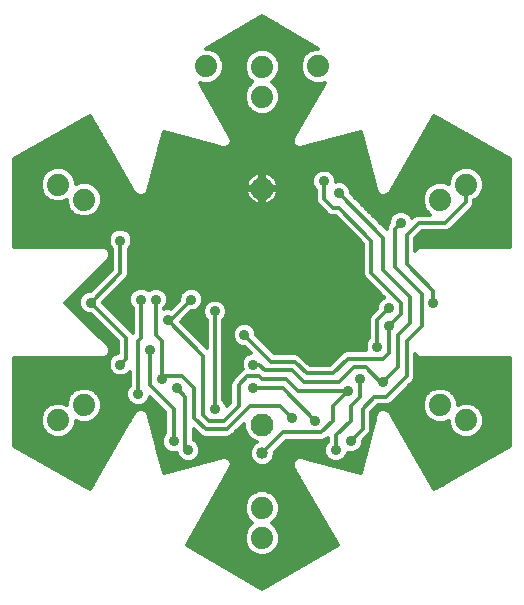
<source format=gbl>
G75*
%MOIN*%
%OFA0B0*%
%FSLAX25Y25*%
%IPPOS*%
%LPD*%
%AMOC8*
5,1,8,0,0,1.08239X$1,22.5*
%
%ADD10C,0.07400*%
%ADD11C,0.07677*%
%ADD12C,0.03569*%
%ADD13C,0.01181*%
%ADD14C,0.04000*%
D10*
X0018877Y0060744D03*
X0027537Y0065744D03*
X0086829Y0031492D03*
X0086829Y0021492D03*
X0146161Y0065764D03*
X0154821Y0060764D03*
X0146161Y0134287D03*
X0154821Y0139287D03*
X0105530Y0178756D03*
X0086829Y0178539D03*
X0086829Y0168539D03*
X0068128Y0178756D03*
X0027498Y0134327D03*
X0018838Y0139327D03*
D11*
X0086829Y0138008D03*
X0086829Y0059268D03*
D12*
X0096672Y0061630D03*
X0104546Y0060646D03*
X0111436Y0050803D03*
X0116357Y0053756D03*
X0115373Y0070488D03*
X0119310Y0074425D03*
X0127184Y0073441D03*
X0125215Y0085252D03*
X0129152Y0092142D03*
X0129152Y0098047D03*
X0120294Y0094110D03*
X0105530Y0083283D03*
X0095688Y0088205D03*
X0083877Y0079346D03*
X0083877Y0071472D03*
X0071081Y0064583D03*
X0058286Y0071472D03*
X0053365Y0074425D03*
X0045491Y0069504D03*
X0039585Y0079346D03*
X0049428Y0084268D03*
X0055333Y0094110D03*
X0051396Y0101000D03*
X0046475Y0101000D03*
X0029743Y0100016D03*
X0039585Y0120685D03*
X0063207Y0101000D03*
X0071081Y0097063D03*
X0080924Y0089189D03*
X0057302Y0053756D03*
X0062223Y0050803D03*
X0133089Y0126591D03*
X0112420Y0136433D03*
X0107499Y0140370D03*
X0143916Y0100016D03*
D13*
X0029410Y0037733D02*
X0004181Y0052299D01*
X0004181Y0081431D01*
X0034094Y0081431D01*
X0035046Y0081825D01*
X0035775Y0082554D01*
X0036169Y0083506D01*
X0036169Y0084537D01*
X0035775Y0085489D01*
X0035046Y0086218D01*
X0021248Y0100016D01*
X0035775Y0114542D01*
X0036169Y0115495D01*
X0036169Y0116525D01*
X0035775Y0117477D01*
X0035046Y0118206D01*
X0034094Y0118600D01*
X0004181Y0118600D01*
X0004181Y0147733D01*
X0029410Y0162299D01*
X0043852Y0137286D01*
X0044343Y0136435D01*
X0044367Y0136393D01*
X0045184Y0135766D01*
X0046180Y0135499D01*
X0047202Y0135634D01*
X0048094Y0136149D01*
X0048722Y0136967D01*
X0048760Y0137110D01*
X0054039Y0156811D01*
X0072887Y0151760D01*
X0073559Y0151580D01*
X0073883Y0151493D01*
X0074904Y0151628D01*
X0075797Y0152143D01*
X0076424Y0152961D01*
X0076691Y0153956D01*
X0076556Y0154978D01*
X0076532Y0155020D01*
X0065980Y0173297D01*
X0066962Y0172891D01*
X0069295Y0172891D01*
X0071451Y0173784D01*
X0073101Y0175433D01*
X0073994Y0177589D01*
X0073994Y0179923D01*
X0073101Y0182078D01*
X0071451Y0183728D01*
X0069295Y0184621D01*
X0068074Y0184621D01*
X0086829Y0195450D01*
X0105585Y0184621D01*
X0104363Y0184621D01*
X0102208Y0183728D01*
X0100558Y0182078D01*
X0099665Y0179923D01*
X0099665Y0177589D01*
X0100558Y0175433D01*
X0102208Y0173784D01*
X0104363Y0172891D01*
X0106697Y0172891D01*
X0107679Y0173297D01*
X0097102Y0154978D01*
X0096968Y0153956D01*
X0097234Y0152961D01*
X0097862Y0152143D01*
X0098754Y0151628D01*
X0099776Y0151493D01*
X0100771Y0151760D01*
X0119620Y0156811D01*
X0124670Y0137962D01*
X0124937Y0136967D01*
X0125564Y0136149D01*
X0126457Y0135634D01*
X0127479Y0135499D01*
X0128474Y0135766D01*
X0129292Y0136393D01*
X0144248Y0162299D01*
X0169477Y0147733D01*
X0169477Y0118600D01*
X0139564Y0118600D01*
X0138612Y0118206D01*
X0137884Y0117477D01*
X0137814Y0117308D01*
X0137814Y0121512D01*
X0140136Y0123835D01*
X0148401Y0123835D01*
X0149414Y0124254D01*
X0156304Y0131144D01*
X0157079Y0131919D01*
X0157499Y0132932D01*
X0157499Y0134048D01*
X0158143Y0134315D01*
X0159793Y0135965D01*
X0160686Y0138121D01*
X0160686Y0140454D01*
X0159793Y0142610D01*
X0158143Y0144260D01*
X0155987Y0145153D01*
X0153654Y0145153D01*
X0151498Y0144260D01*
X0149848Y0142610D01*
X0148955Y0140454D01*
X0148955Y0139478D01*
X0147327Y0140153D01*
X0144994Y0140153D01*
X0142838Y0139260D01*
X0141188Y0137610D01*
X0140295Y0135454D01*
X0140295Y0133121D01*
X0141188Y0130965D01*
X0142807Y0129346D01*
X0138446Y0129346D01*
X0137434Y0128927D01*
X0136700Y0128194D01*
X0136437Y0128828D01*
X0135326Y0129939D01*
X0133875Y0130540D01*
X0132303Y0130540D01*
X0130852Y0129939D01*
X0129741Y0128828D01*
X0129140Y0127376D01*
X0129140Y0126538D01*
X0128784Y0126183D01*
X0128365Y0125170D01*
X0128365Y0124386D01*
X0116369Y0136381D01*
X0116369Y0137219D01*
X0115768Y0138670D01*
X0114657Y0139781D01*
X0113205Y0140383D01*
X0111634Y0140383D01*
X0111448Y0140306D01*
X0111448Y0141156D01*
X0110847Y0142607D01*
X0109736Y0143718D01*
X0108284Y0144320D01*
X0106713Y0144320D01*
X0105261Y0143718D01*
X0104150Y0142607D01*
X0103549Y0141156D01*
X0103549Y0139584D01*
X0104150Y0138133D01*
X0104743Y0137540D01*
X0104743Y0133916D01*
X0105162Y0132903D01*
X0105937Y0132128D01*
X0108890Y0129175D01*
X0109903Y0128756D01*
X0111278Y0128756D01*
X0120491Y0119544D01*
X0120491Y0109310D01*
X0120910Y0108297D01*
X0121685Y0107522D01*
X0127549Y0101658D01*
X0126915Y0101396D01*
X0125804Y0100285D01*
X0125202Y0098833D01*
X0125202Y0097995D01*
X0122879Y0095671D01*
X0122459Y0094658D01*
X0122459Y0088082D01*
X0121867Y0087489D01*
X0121265Y0086038D01*
X0121265Y0084466D01*
X0121429Y0084071D01*
X0114824Y0084071D01*
X0113811Y0083651D01*
X0113036Y0082876D01*
X0109310Y0079150D01*
X0102735Y0079150D01*
X0099217Y0082667D01*
X0098204Y0083087D01*
X0090924Y0083087D01*
X0084873Y0089137D01*
X0084873Y0089975D01*
X0084272Y0091426D01*
X0083161Y0092537D01*
X0081709Y0093139D01*
X0080138Y0093139D01*
X0078686Y0092537D01*
X0077575Y0091426D01*
X0076974Y0089975D01*
X0076974Y0088403D01*
X0077575Y0086952D01*
X0078686Y0085841D01*
X0080138Y0085239D01*
X0080976Y0085239D01*
X0082970Y0083246D01*
X0081639Y0082695D01*
X0080528Y0081584D01*
X0079927Y0080132D01*
X0079927Y0078561D01*
X0080289Y0077688D01*
X0077394Y0074793D01*
X0076619Y0074018D01*
X0076199Y0073005D01*
X0076199Y0066708D01*
X0074981Y0065490D01*
X0074430Y0066820D01*
X0073837Y0067412D01*
X0073837Y0094233D01*
X0074430Y0094826D01*
X0075031Y0096277D01*
X0075031Y0097849D01*
X0074430Y0099300D01*
X0073319Y0100411D01*
X0071867Y0101013D01*
X0070296Y0101013D01*
X0068844Y0100411D01*
X0067733Y0099300D01*
X0067132Y0097849D01*
X0067132Y0096277D01*
X0067733Y0094826D01*
X0068325Y0094233D01*
X0068325Y0085016D01*
X0059723Y0093618D01*
X0063155Y0097050D01*
X0063993Y0097050D01*
X0065444Y0097652D01*
X0066556Y0098763D01*
X0067157Y0100214D01*
X0067157Y0101786D01*
X0066556Y0103237D01*
X0065444Y0104348D01*
X0063993Y0104950D01*
X0062422Y0104950D01*
X0060970Y0104348D01*
X0059859Y0103237D01*
X0059258Y0101786D01*
X0059258Y0100948D01*
X0056296Y0097986D01*
X0056119Y0098060D01*
X0054548Y0098060D01*
X0054152Y0097896D01*
X0054152Y0098170D01*
X0054745Y0098763D01*
X0055346Y0100214D01*
X0055346Y0101786D01*
X0054745Y0103237D01*
X0053633Y0104348D01*
X0052182Y0104950D01*
X0050611Y0104950D01*
X0049159Y0104348D01*
X0048936Y0104125D01*
X0048712Y0104348D01*
X0047261Y0104950D01*
X0045689Y0104950D01*
X0044238Y0104348D01*
X0043127Y0103237D01*
X0042525Y0101786D01*
X0042525Y0100214D01*
X0043127Y0098763D01*
X0043719Y0098170D01*
X0043719Y0089937D01*
X0033692Y0099964D01*
X0033692Y0100068D01*
X0041146Y0107522D01*
X0041922Y0108297D01*
X0042341Y0109310D01*
X0042341Y0117855D01*
X0042933Y0118448D01*
X0043535Y0119899D01*
X0043535Y0121471D01*
X0042933Y0122922D01*
X0041822Y0124033D01*
X0040371Y0124635D01*
X0038800Y0124635D01*
X0037348Y0124033D01*
X0036237Y0122922D01*
X0035636Y0121471D01*
X0035636Y0119899D01*
X0036237Y0118448D01*
X0036829Y0117855D01*
X0036829Y0111000D01*
X0029795Y0103965D01*
X0028957Y0103965D01*
X0027505Y0103364D01*
X0026394Y0102253D01*
X0025793Y0100801D01*
X0025793Y0099230D01*
X0026394Y0097778D01*
X0027505Y0096667D01*
X0028957Y0096066D01*
X0029795Y0096066D01*
X0038798Y0087063D01*
X0038798Y0083295D01*
X0037348Y0082695D01*
X0036237Y0081584D01*
X0035636Y0080132D01*
X0035636Y0078561D01*
X0036237Y0077109D01*
X0037348Y0075998D01*
X0038800Y0075397D01*
X0040371Y0075397D01*
X0041822Y0075998D01*
X0042735Y0076910D01*
X0042735Y0072334D01*
X0042142Y0071741D01*
X0041541Y0070290D01*
X0041541Y0068718D01*
X0042142Y0067267D01*
X0043253Y0066156D01*
X0044705Y0065554D01*
X0046276Y0065554D01*
X0047728Y0066156D01*
X0048839Y0067267D01*
X0049390Y0068597D01*
X0054546Y0063441D01*
X0054546Y0056586D01*
X0053953Y0055993D01*
X0053352Y0054542D01*
X0053352Y0052970D01*
X0053953Y0051519D01*
X0055064Y0050408D01*
X0056516Y0049806D01*
X0058087Y0049806D01*
X0058321Y0049903D01*
X0058875Y0048566D01*
X0059986Y0047455D01*
X0061437Y0046854D01*
X0063009Y0046854D01*
X0064460Y0047455D01*
X0065571Y0048566D01*
X0066173Y0050018D01*
X0066173Y0051589D01*
X0065571Y0053040D01*
X0064460Y0054151D01*
X0063995Y0054344D01*
X0063995Y0057929D01*
X0066567Y0055357D01*
X0067580Y0054937D01*
X0075566Y0054937D01*
X0076579Y0055357D01*
X0077355Y0056132D01*
X0080825Y0059603D01*
X0080825Y0058073D01*
X0081739Y0055867D01*
X0083428Y0054178D01*
X0084948Y0053548D01*
X0084470Y0053350D01*
X0083298Y0052178D01*
X0082664Y0050647D01*
X0082664Y0048990D01*
X0083298Y0047459D01*
X0084470Y0046288D01*
X0086001Y0045654D01*
X0087658Y0045654D01*
X0089189Y0046288D01*
X0090360Y0047459D01*
X0090995Y0048990D01*
X0090995Y0050087D01*
X0094861Y0053953D01*
X0107062Y0053953D01*
X0108075Y0054372D01*
X0108680Y0054977D01*
X0108680Y0053633D01*
X0108087Y0053040D01*
X0107486Y0051589D01*
X0107486Y0050018D01*
X0108087Y0048566D01*
X0109198Y0047455D01*
X0110650Y0046854D01*
X0112221Y0046854D01*
X0113673Y0047455D01*
X0114784Y0048566D01*
X0115338Y0049903D01*
X0115571Y0049806D01*
X0117142Y0049806D01*
X0118594Y0050408D01*
X0119705Y0051519D01*
X0120306Y0052970D01*
X0120306Y0053808D01*
X0121855Y0055357D01*
X0122630Y0056132D01*
X0123050Y0057145D01*
X0123050Y0063441D01*
X0125372Y0065764D01*
X0128716Y0065764D01*
X0129729Y0066183D01*
X0136619Y0073073D01*
X0137394Y0073848D01*
X0137814Y0074861D01*
X0137814Y0082724D01*
X0137884Y0082554D01*
X0138612Y0081825D01*
X0139564Y0081431D01*
X0169477Y0081431D01*
X0169477Y0052299D01*
X0144248Y0037733D01*
X0129807Y0062745D01*
X0129807Y0062745D01*
X0129316Y0063596D01*
X0129292Y0063638D01*
X0128474Y0064265D01*
X0127479Y0064532D01*
X0126457Y0064398D01*
X0125564Y0063882D01*
X0124937Y0063065D01*
X0124898Y0062921D01*
X0119620Y0043221D01*
X0100771Y0048271D01*
X0100100Y0048451D01*
X0099776Y0048538D01*
X0098754Y0048404D01*
X0097862Y0047888D01*
X0097234Y0047071D01*
X0096968Y0046075D01*
X0097102Y0045053D01*
X0097126Y0045012D01*
X0112059Y0019148D01*
X0086829Y0004582D01*
X0061600Y0019148D01*
X0076556Y0045053D01*
X0076691Y0046075D01*
X0076424Y0047071D01*
X0075797Y0047888D01*
X0074904Y0048404D01*
X0073883Y0048538D01*
X0072887Y0048271D01*
X0054039Y0043221D01*
X0048722Y0063065D01*
X0048094Y0063882D01*
X0047202Y0064398D01*
X0046180Y0064532D01*
X0045184Y0064265D01*
X0044367Y0063638D01*
X0043852Y0062745D01*
X0029410Y0037733D01*
X0029656Y0038159D02*
X0028673Y0038159D01*
X0030337Y0039338D02*
X0026630Y0039338D01*
X0024586Y0040518D02*
X0031018Y0040518D01*
X0031699Y0041697D02*
X0022543Y0041697D01*
X0020500Y0042877D02*
X0032381Y0042877D01*
X0033062Y0044057D02*
X0018457Y0044057D01*
X0016414Y0045236D02*
X0033743Y0045236D01*
X0034424Y0046416D02*
X0014371Y0046416D01*
X0012327Y0047595D02*
X0035105Y0047595D01*
X0035786Y0048775D02*
X0010284Y0048775D01*
X0008241Y0049955D02*
X0036467Y0049955D01*
X0037148Y0051134D02*
X0006198Y0051134D01*
X0004181Y0052314D02*
X0037829Y0052314D01*
X0038510Y0053494D02*
X0004181Y0053494D01*
X0004181Y0054673D02*
X0039191Y0054673D01*
X0039872Y0055853D02*
X0022281Y0055853D01*
X0022200Y0055772D02*
X0023849Y0057422D01*
X0024742Y0059577D01*
X0024742Y0060553D01*
X0026371Y0059879D01*
X0028704Y0059879D01*
X0030860Y0060772D01*
X0032510Y0062422D01*
X0033403Y0064577D01*
X0033403Y0066911D01*
X0032510Y0069067D01*
X0030860Y0070716D01*
X0028704Y0071609D01*
X0026371Y0071609D01*
X0024215Y0070716D01*
X0022565Y0069067D01*
X0021672Y0066911D01*
X0021672Y0065935D01*
X0020044Y0066609D01*
X0017710Y0066609D01*
X0015555Y0065716D01*
X0013905Y0064067D01*
X0013012Y0061911D01*
X0013012Y0059577D01*
X0013905Y0057422D01*
X0015555Y0055772D01*
X0017710Y0054879D01*
X0020044Y0054879D01*
X0022200Y0055772D01*
X0023460Y0057032D02*
X0040553Y0057032D01*
X0041234Y0058212D02*
X0024177Y0058212D01*
X0024665Y0059392D02*
X0041915Y0059392D01*
X0042596Y0060571D02*
X0030376Y0060571D01*
X0031839Y0061751D02*
X0043277Y0061751D01*
X0043852Y0062745D02*
X0043852Y0062745D01*
X0043958Y0062930D02*
X0032720Y0062930D01*
X0033209Y0064110D02*
X0044982Y0064110D01*
X0042940Y0066469D02*
X0033403Y0066469D01*
X0033403Y0065290D02*
X0052697Y0065290D01*
X0051518Y0066469D02*
X0048042Y0066469D01*
X0048997Y0067649D02*
X0050338Y0067649D01*
X0047700Y0064110D02*
X0053877Y0064110D01*
X0054546Y0062930D02*
X0048758Y0062930D01*
X0049074Y0061751D02*
X0054546Y0061751D01*
X0054546Y0060571D02*
X0049390Y0060571D01*
X0049706Y0059392D02*
X0054546Y0059392D01*
X0054546Y0058212D02*
X0050022Y0058212D01*
X0050338Y0057032D02*
X0054546Y0057032D01*
X0053895Y0055853D02*
X0050654Y0055853D01*
X0050970Y0054673D02*
X0053407Y0054673D01*
X0053352Y0053494D02*
X0051286Y0053494D01*
X0051602Y0052314D02*
X0053624Y0052314D01*
X0054338Y0051134D02*
X0051918Y0051134D01*
X0052234Y0049955D02*
X0056158Y0049955D01*
X0058788Y0048775D02*
X0052551Y0048775D01*
X0052867Y0047595D02*
X0059845Y0047595D01*
X0061560Y0045236D02*
X0053499Y0045236D01*
X0053815Y0044057D02*
X0057158Y0044057D01*
X0053183Y0046416D02*
X0065963Y0046416D01*
X0064601Y0047595D02*
X0070365Y0047595D01*
X0066147Y0049955D02*
X0082664Y0049955D01*
X0082753Y0048775D02*
X0065658Y0048775D01*
X0066173Y0051134D02*
X0082866Y0051134D01*
X0083434Y0052314D02*
X0065872Y0052314D01*
X0065118Y0053494D02*
X0084816Y0053494D01*
X0082933Y0054673D02*
X0063995Y0054673D01*
X0063995Y0055853D02*
X0066071Y0055853D01*
X0064892Y0057032D02*
X0063995Y0057032D01*
X0068128Y0057693D02*
X0064191Y0061630D01*
X0064191Y0071472D01*
X0060254Y0075409D01*
X0054349Y0075409D01*
X0053365Y0074425D01*
X0053365Y0087220D01*
X0051396Y0089189D01*
X0051396Y0101000D01*
X0055049Y0099498D02*
X0057808Y0099498D01*
X0056629Y0098319D02*
X0054301Y0098319D01*
X0055346Y0100678D02*
X0058988Y0100678D01*
X0059287Y0101858D02*
X0055316Y0101858D01*
X0054827Y0103037D02*
X0059776Y0103037D01*
X0060839Y0104217D02*
X0053765Y0104217D01*
X0049028Y0104217D02*
X0048844Y0104217D01*
X0046475Y0101000D02*
X0046475Y0088205D01*
X0045491Y0087220D01*
X0045491Y0069504D01*
X0041913Y0071188D02*
X0029722Y0071188D01*
X0031568Y0070008D02*
X0041541Y0070008D01*
X0041541Y0068829D02*
X0032608Y0068829D01*
X0033097Y0067649D02*
X0041984Y0067649D01*
X0042735Y0072367D02*
X0004181Y0072367D01*
X0004181Y0071188D02*
X0025353Y0071188D01*
X0023507Y0070008D02*
X0004181Y0070008D01*
X0004181Y0068829D02*
X0022466Y0068829D01*
X0021978Y0067649D02*
X0004181Y0067649D01*
X0004181Y0066469D02*
X0017372Y0066469D01*
X0020382Y0066469D02*
X0021672Y0066469D01*
X0015128Y0065290D02*
X0004181Y0065290D01*
X0004181Y0064110D02*
X0013948Y0064110D01*
X0013434Y0062930D02*
X0004181Y0062930D01*
X0004181Y0061751D02*
X0013012Y0061751D01*
X0013012Y0060571D02*
X0004181Y0060571D01*
X0004181Y0059392D02*
X0013089Y0059392D01*
X0013577Y0058212D02*
X0004181Y0058212D01*
X0004181Y0057032D02*
X0014294Y0057032D01*
X0015474Y0055853D02*
X0004181Y0055853D01*
X0004181Y0073547D02*
X0042735Y0073547D01*
X0042735Y0074727D02*
X0004181Y0074727D01*
X0004181Y0075906D02*
X0037570Y0075906D01*
X0036260Y0077086D02*
X0004181Y0077086D01*
X0004181Y0078265D02*
X0035758Y0078265D01*
X0035636Y0079445D02*
X0004181Y0079445D01*
X0004181Y0080625D02*
X0035840Y0080625D01*
X0036457Y0081804D02*
X0034995Y0081804D01*
X0035953Y0082984D02*
X0038046Y0082984D01*
X0038798Y0084164D02*
X0036169Y0084164D01*
X0035835Y0085343D02*
X0038798Y0085343D01*
X0038798Y0086523D02*
X0034741Y0086523D01*
X0033562Y0087702D02*
X0038159Y0087702D01*
X0036979Y0088882D02*
X0032382Y0088882D01*
X0031202Y0090062D02*
X0035799Y0090062D01*
X0034620Y0091241D02*
X0030023Y0091241D01*
X0028843Y0092421D02*
X0033440Y0092421D01*
X0032261Y0093600D02*
X0027664Y0093600D01*
X0026484Y0094780D02*
X0031081Y0094780D01*
X0029901Y0095960D02*
X0025304Y0095960D01*
X0024125Y0097139D02*
X0027034Y0097139D01*
X0026170Y0098319D02*
X0022945Y0098319D01*
X0021765Y0099498D02*
X0025793Y0099498D01*
X0025793Y0100678D02*
X0021911Y0100678D01*
X0023090Y0101858D02*
X0026231Y0101858D01*
X0027179Y0103037D02*
X0024270Y0103037D01*
X0025449Y0104217D02*
X0030046Y0104217D01*
X0031226Y0105397D02*
X0026629Y0105397D01*
X0027809Y0106576D02*
X0032406Y0106576D01*
X0033585Y0107756D02*
X0028988Y0107756D01*
X0030168Y0108935D02*
X0034765Y0108935D01*
X0035944Y0110115D02*
X0031347Y0110115D01*
X0032527Y0111295D02*
X0036829Y0111295D01*
X0036829Y0112474D02*
X0033707Y0112474D01*
X0034886Y0113654D02*
X0036829Y0113654D01*
X0036829Y0114833D02*
X0035895Y0114833D01*
X0036169Y0116013D02*
X0036829Y0116013D01*
X0036829Y0117193D02*
X0035893Y0117193D01*
X0036312Y0118372D02*
X0034645Y0118372D01*
X0035780Y0119552D02*
X0004181Y0119552D01*
X0004181Y0120732D02*
X0035636Y0120732D01*
X0035818Y0121911D02*
X0004181Y0121911D01*
X0004181Y0123091D02*
X0036405Y0123091D01*
X0037920Y0124270D02*
X0004181Y0124270D01*
X0004181Y0125450D02*
X0114584Y0125450D01*
X0113405Y0126630D02*
X0004181Y0126630D01*
X0004181Y0127809D02*
X0112225Y0127809D01*
X0109341Y0128989D02*
X0029938Y0128989D01*
X0030820Y0129354D02*
X0032470Y0131004D01*
X0033363Y0133160D01*
X0033363Y0135493D01*
X0032470Y0137649D01*
X0030820Y0139299D01*
X0028665Y0140192D01*
X0026331Y0140192D01*
X0024703Y0139518D01*
X0024703Y0140493D01*
X0023810Y0142649D01*
X0022160Y0144299D01*
X0020004Y0145192D01*
X0017671Y0145192D01*
X0015515Y0144299D01*
X0013865Y0142649D01*
X0012972Y0140493D01*
X0012972Y0138160D01*
X0013865Y0136004D01*
X0015515Y0134354D01*
X0017671Y0133461D01*
X0020004Y0133461D01*
X0021633Y0134136D01*
X0021633Y0133160D01*
X0022526Y0131004D01*
X0024176Y0129354D01*
X0026331Y0128461D01*
X0028665Y0128461D01*
X0030820Y0129354D01*
X0031634Y0130168D02*
X0107897Y0130168D01*
X0106718Y0131348D02*
X0032613Y0131348D01*
X0033101Y0132528D02*
X0105538Y0132528D01*
X0104829Y0133707D02*
X0090147Y0133707D01*
X0090366Y0133867D02*
X0089675Y0133364D01*
X0088913Y0132977D01*
X0088101Y0132712D01*
X0087420Y0132605D01*
X0087420Y0137417D01*
X0086239Y0137417D01*
X0086239Y0132605D01*
X0085558Y0132712D01*
X0084745Y0132977D01*
X0083984Y0133364D01*
X0083292Y0133867D01*
X0082688Y0134471D01*
X0082186Y0135162D01*
X0081798Y0135924D01*
X0081534Y0136737D01*
X0081426Y0137417D01*
X0086239Y0137417D01*
X0086239Y0138598D01*
X0081426Y0138598D01*
X0081534Y0139279D01*
X0081798Y0140092D01*
X0082186Y0140853D01*
X0082688Y0141545D01*
X0083292Y0142149D01*
X0083984Y0142651D01*
X0084745Y0143039D01*
X0085558Y0143303D01*
X0086239Y0143411D01*
X0086239Y0138598D01*
X0087420Y0138598D01*
X0092233Y0138598D01*
X0092125Y0139279D01*
X0091861Y0140092D01*
X0091473Y0140853D01*
X0090970Y0141545D01*
X0090366Y0142149D01*
X0089675Y0142651D01*
X0088913Y0143039D01*
X0088101Y0143303D01*
X0087420Y0143411D01*
X0087420Y0138598D01*
X0087420Y0137417D01*
X0092233Y0137417D01*
X0092125Y0136737D01*
X0091861Y0135924D01*
X0091473Y0135162D01*
X0090970Y0134471D01*
X0090366Y0133867D01*
X0091273Y0134887D02*
X0104743Y0134887D01*
X0104743Y0136067D02*
X0091907Y0136067D01*
X0092205Y0137246D02*
X0104743Y0137246D01*
X0104029Y0138426D02*
X0087420Y0138426D01*
X0087420Y0139605D02*
X0086239Y0139605D01*
X0086239Y0138426D02*
X0049113Y0138426D01*
X0049429Y0139605D02*
X0081640Y0139605D01*
X0082151Y0140785D02*
X0049745Y0140785D01*
X0050061Y0141965D02*
X0083108Y0141965D01*
X0085068Y0143144D02*
X0050377Y0143144D01*
X0050693Y0144324D02*
X0122966Y0144324D01*
X0122650Y0145503D02*
X0051009Y0145503D01*
X0051325Y0146683D02*
X0122333Y0146683D01*
X0122017Y0147863D02*
X0051641Y0147863D01*
X0051957Y0149042D02*
X0121701Y0149042D01*
X0121385Y0150222D02*
X0052273Y0150222D01*
X0052589Y0151401D02*
X0121069Y0151401D01*
X0120753Y0152581D02*
X0103835Y0152581D01*
X0100771Y0151760D02*
X0100771Y0151760D01*
X0097526Y0152581D02*
X0076133Y0152581D01*
X0076639Y0153761D02*
X0097020Y0153761D01*
X0097097Y0154940D02*
X0076561Y0154940D01*
X0075897Y0156120D02*
X0097761Y0156120D01*
X0098442Y0157300D02*
X0075216Y0157300D01*
X0074535Y0158479D02*
X0099123Y0158479D01*
X0099804Y0159659D02*
X0073854Y0159659D01*
X0073173Y0160838D02*
X0100486Y0160838D01*
X0101167Y0162018D02*
X0072492Y0162018D01*
X0071811Y0163198D02*
X0084398Y0163198D01*
X0083507Y0163567D02*
X0085663Y0162674D01*
X0087996Y0162674D01*
X0090152Y0163567D01*
X0091802Y0165217D01*
X0092695Y0167373D01*
X0092695Y0169706D01*
X0091802Y0171862D01*
X0090152Y0173512D01*
X0090085Y0173539D01*
X0090152Y0173567D01*
X0091802Y0175217D01*
X0092695Y0177373D01*
X0092695Y0179706D01*
X0091802Y0181862D01*
X0090152Y0183512D01*
X0087996Y0184405D01*
X0085663Y0184405D01*
X0083507Y0183512D01*
X0081857Y0181862D01*
X0080964Y0179706D01*
X0080964Y0177373D01*
X0081857Y0175217D01*
X0083507Y0173567D01*
X0083573Y0173539D01*
X0083507Y0173512D01*
X0081857Y0171862D01*
X0080964Y0169706D01*
X0080964Y0167373D01*
X0081857Y0165217D01*
X0083507Y0163567D01*
X0082697Y0164377D02*
X0071130Y0164377D01*
X0070449Y0165557D02*
X0081716Y0165557D01*
X0081227Y0166736D02*
X0069768Y0166736D01*
X0069087Y0167916D02*
X0080964Y0167916D01*
X0080964Y0169096D02*
X0068406Y0169096D01*
X0067725Y0170275D02*
X0081200Y0170275D01*
X0081688Y0171455D02*
X0067044Y0171455D01*
X0066362Y0172635D02*
X0082630Y0172635D01*
X0083260Y0173814D02*
X0071482Y0173814D01*
X0072661Y0174994D02*
X0082080Y0174994D01*
X0081461Y0176173D02*
X0073407Y0176173D01*
X0073896Y0177353D02*
X0080972Y0177353D01*
X0080964Y0178533D02*
X0073994Y0178533D01*
X0073994Y0179712D02*
X0080966Y0179712D01*
X0081455Y0180892D02*
X0073592Y0180892D01*
X0073104Y0182071D02*
X0082066Y0182071D01*
X0083246Y0183251D02*
X0071928Y0183251D01*
X0069755Y0184431D02*
X0103903Y0184431D01*
X0103872Y0185610D02*
X0069787Y0185610D01*
X0071830Y0186790D02*
X0101828Y0186790D01*
X0099785Y0187970D02*
X0073873Y0187970D01*
X0075916Y0189149D02*
X0097742Y0189149D01*
X0095699Y0190329D02*
X0077960Y0190329D01*
X0080003Y0191508D02*
X0093656Y0191508D01*
X0091613Y0192688D02*
X0082046Y0192688D01*
X0084089Y0193868D02*
X0089569Y0193868D01*
X0087526Y0195047D02*
X0086132Y0195047D01*
X0090412Y0183251D02*
X0101730Y0183251D01*
X0100555Y0182071D02*
X0091592Y0182071D01*
X0092203Y0180892D02*
X0100066Y0180892D01*
X0099665Y0179712D02*
X0092692Y0179712D01*
X0092695Y0178533D02*
X0099665Y0178533D01*
X0099763Y0177353D02*
X0092686Y0177353D01*
X0092198Y0176173D02*
X0100251Y0176173D01*
X0100997Y0174994D02*
X0091579Y0174994D01*
X0090399Y0173814D02*
X0102177Y0173814D01*
X0105253Y0169096D02*
X0092695Y0169096D01*
X0092695Y0167916D02*
X0104572Y0167916D01*
X0103891Y0166736D02*
X0092431Y0166736D01*
X0091942Y0165557D02*
X0103210Y0165557D01*
X0102529Y0164377D02*
X0090962Y0164377D01*
X0089260Y0163198D02*
X0101848Y0163198D01*
X0105934Y0170275D02*
X0092459Y0170275D01*
X0091970Y0171455D02*
X0106615Y0171455D01*
X0107296Y0172635D02*
X0091029Y0172635D01*
X0108237Y0153761D02*
X0120437Y0153761D01*
X0120121Y0154940D02*
X0112640Y0154940D01*
X0117042Y0156120D02*
X0119805Y0156120D01*
X0123282Y0143144D02*
X0110310Y0143144D01*
X0111113Y0141965D02*
X0123598Y0141965D01*
X0123914Y0140785D02*
X0111448Y0140785D01*
X0114833Y0139605D02*
X0124230Y0139605D01*
X0124546Y0138426D02*
X0115869Y0138426D01*
X0116358Y0137246D02*
X0124862Y0137246D01*
X0124670Y0137962D02*
X0124670Y0137962D01*
X0125707Y0136067D02*
X0116684Y0136067D01*
X0117863Y0134887D02*
X0140295Y0134887D01*
X0140295Y0133707D02*
X0119043Y0133707D01*
X0120223Y0132528D02*
X0140541Y0132528D01*
X0141029Y0131348D02*
X0121402Y0131348D01*
X0122582Y0130168D02*
X0131406Y0130168D01*
X0129902Y0128989D02*
X0123761Y0128989D01*
X0124941Y0127809D02*
X0129319Y0127809D01*
X0129140Y0126630D02*
X0126121Y0126630D01*
X0127300Y0125450D02*
X0128481Y0125450D01*
X0131121Y0124622D02*
X0133089Y0126591D01*
X0131121Y0124622D02*
X0131121Y0111827D01*
X0139979Y0102969D01*
X0139979Y0092142D01*
X0135058Y0087220D01*
X0135058Y0075409D01*
X0128168Y0068520D01*
X0124231Y0068520D01*
X0120294Y0064583D01*
X0120294Y0057693D01*
X0116357Y0053756D01*
X0119321Y0051134D02*
X0121740Y0051134D01*
X0121424Y0049955D02*
X0117501Y0049955D01*
X0114871Y0048775D02*
X0121108Y0048775D01*
X0120792Y0047595D02*
X0113813Y0047595D01*
X0112098Y0045236D02*
X0120160Y0045236D01*
X0119844Y0044057D02*
X0116501Y0044057D01*
X0120476Y0046416D02*
X0107696Y0046416D01*
X0109058Y0047595D02*
X0103294Y0047595D01*
X0107512Y0049955D02*
X0090995Y0049955D01*
X0090905Y0048775D02*
X0108001Y0048775D01*
X0107486Y0051134D02*
X0092042Y0051134D01*
X0093222Y0052314D02*
X0107786Y0052314D01*
X0108540Y0053494D02*
X0094401Y0053494D01*
X0093719Y0056709D02*
X0106514Y0056709D01*
X0110451Y0060646D01*
X0110451Y0065567D01*
X0115373Y0070488D01*
X0098640Y0070488D01*
X0094703Y0074425D01*
X0086829Y0074425D01*
X0085845Y0075409D01*
X0081908Y0075409D01*
X0078955Y0072457D01*
X0078955Y0065567D01*
X0074034Y0060646D01*
X0069113Y0060646D01*
X0067144Y0062614D01*
X0067144Y0082299D01*
X0055333Y0094110D01*
X0056317Y0094110D01*
X0063207Y0101000D01*
X0066860Y0099498D02*
X0067931Y0099498D01*
X0067326Y0098319D02*
X0066112Y0098319D01*
X0067132Y0097139D02*
X0064207Y0097139D01*
X0062064Y0095960D02*
X0067263Y0095960D01*
X0067779Y0094780D02*
X0060885Y0094780D01*
X0059740Y0093600D02*
X0068325Y0093600D01*
X0068325Y0092421D02*
X0060920Y0092421D01*
X0062100Y0091241D02*
X0068325Y0091241D01*
X0068325Y0090062D02*
X0063279Y0090062D01*
X0064459Y0088882D02*
X0068325Y0088882D01*
X0068325Y0087702D02*
X0065638Y0087702D01*
X0066818Y0086523D02*
X0068325Y0086523D01*
X0068325Y0085343D02*
X0067998Y0085343D01*
X0073837Y0085343D02*
X0079888Y0085343D01*
X0082052Y0084164D02*
X0073837Y0084164D01*
X0073837Y0082984D02*
X0082337Y0082984D01*
X0080749Y0081804D02*
X0073837Y0081804D01*
X0073837Y0080625D02*
X0080131Y0080625D01*
X0079927Y0079445D02*
X0073837Y0079445D01*
X0073837Y0078265D02*
X0080049Y0078265D01*
X0079687Y0077086D02*
X0073837Y0077086D01*
X0073837Y0075906D02*
X0078507Y0075906D01*
X0077328Y0074727D02*
X0073837Y0074727D01*
X0073837Y0073547D02*
X0076424Y0073547D01*
X0076199Y0072367D02*
X0073837Y0072367D01*
X0073837Y0071188D02*
X0076199Y0071188D01*
X0076199Y0070008D02*
X0073837Y0070008D01*
X0073837Y0068829D02*
X0076199Y0068829D01*
X0076199Y0067649D02*
X0073837Y0067649D01*
X0074575Y0066469D02*
X0075960Y0066469D01*
X0071081Y0064583D02*
X0071081Y0097063D01*
X0069488Y0100678D02*
X0067157Y0100678D01*
X0067127Y0101858D02*
X0127350Y0101858D01*
X0126197Y0100678D02*
X0072674Y0100678D01*
X0074231Y0099498D02*
X0125478Y0099498D01*
X0125202Y0098319D02*
X0074836Y0098319D01*
X0075031Y0097139D02*
X0124347Y0097139D01*
X0123167Y0095960D02*
X0074899Y0095960D01*
X0074384Y0094780D02*
X0122510Y0094780D01*
X0122459Y0093600D02*
X0073837Y0093600D01*
X0073837Y0092421D02*
X0078570Y0092421D01*
X0077499Y0091241D02*
X0073837Y0091241D01*
X0073837Y0090062D02*
X0077010Y0090062D01*
X0076974Y0088882D02*
X0073837Y0088882D01*
X0073837Y0087702D02*
X0077265Y0087702D01*
X0078004Y0086523D02*
X0073837Y0086523D01*
X0080924Y0089189D02*
X0089782Y0080331D01*
X0097656Y0080331D01*
X0101593Y0076394D01*
X0110451Y0076394D01*
X0115373Y0081315D01*
X0127184Y0081315D01*
X0129152Y0083283D01*
X0129152Y0092142D01*
X0133089Y0096079D01*
X0133089Y0100016D01*
X0123247Y0109858D01*
X0123247Y0120685D01*
X0112420Y0131512D01*
X0110451Y0131512D01*
X0107499Y0134465D01*
X0107499Y0140370D01*
X0104687Y0143144D02*
X0088590Y0143144D01*
X0087420Y0143144D02*
X0086239Y0143144D01*
X0086239Y0141965D02*
X0087420Y0141965D01*
X0087420Y0140785D02*
X0086239Y0140785D01*
X0086239Y0137246D02*
X0087420Y0137246D01*
X0087420Y0136067D02*
X0086239Y0136067D01*
X0086239Y0134887D02*
X0087420Y0134887D01*
X0087420Y0133707D02*
X0086239Y0133707D01*
X0083512Y0133707D02*
X0033363Y0133707D01*
X0033363Y0134887D02*
X0082386Y0134887D01*
X0081752Y0136067D02*
X0047951Y0136067D01*
X0048796Y0137246D02*
X0081453Y0137246D01*
X0090551Y0141965D02*
X0103884Y0141965D01*
X0103549Y0140785D02*
X0091508Y0140785D01*
X0092019Y0139605D02*
X0103549Y0139605D01*
X0112420Y0136433D02*
X0127184Y0121669D01*
X0127184Y0110843D01*
X0136042Y0101984D01*
X0136042Y0093126D01*
X0132105Y0089189D01*
X0132105Y0078362D01*
X0127184Y0073441D01*
X0126199Y0073441D01*
X0121278Y0078362D01*
X0117341Y0078362D01*
X0112420Y0073441D01*
X0100609Y0073441D01*
X0096672Y0077378D01*
X0087814Y0077378D01*
X0085845Y0079346D01*
X0083877Y0079346D01*
X0089847Y0084164D02*
X0121391Y0084164D01*
X0121265Y0085343D02*
X0088667Y0085343D01*
X0087487Y0086523D02*
X0121466Y0086523D01*
X0122080Y0087702D02*
X0086308Y0087702D01*
X0085128Y0088882D02*
X0122459Y0088882D01*
X0122459Y0090062D02*
X0084837Y0090062D01*
X0084349Y0091241D02*
X0122459Y0091241D01*
X0122459Y0092421D02*
X0083277Y0092421D01*
X0098452Y0082984D02*
X0113144Y0082984D01*
X0111964Y0081804D02*
X0100080Y0081804D01*
X0101259Y0080625D02*
X0110785Y0080625D01*
X0109605Y0079445D02*
X0102439Y0079445D01*
X0093719Y0071472D02*
X0083877Y0071472D01*
X0082892Y0065567D02*
X0075018Y0057693D01*
X0068128Y0057693D01*
X0061239Y0051787D02*
X0061239Y0068520D01*
X0058286Y0071472D01*
X0057302Y0064583D02*
X0049428Y0072457D01*
X0049428Y0084268D01*
X0043719Y0090062D02*
X0043594Y0090062D01*
X0043719Y0091241D02*
X0042415Y0091241D01*
X0041235Y0092421D02*
X0043719Y0092421D01*
X0043719Y0093600D02*
X0040055Y0093600D01*
X0038876Y0094780D02*
X0043719Y0094780D01*
X0043719Y0095960D02*
X0037696Y0095960D01*
X0036517Y0097139D02*
X0043719Y0097139D01*
X0043570Y0098319D02*
X0035337Y0098319D01*
X0034157Y0099498D02*
X0042822Y0099498D01*
X0042525Y0100678D02*
X0034302Y0100678D01*
X0035482Y0101858D02*
X0042555Y0101858D01*
X0043044Y0103037D02*
X0036662Y0103037D01*
X0037841Y0104217D02*
X0044106Y0104217D01*
X0041380Y0107756D02*
X0121452Y0107756D01*
X0120646Y0108935D02*
X0042186Y0108935D01*
X0042341Y0110115D02*
X0120491Y0110115D01*
X0120491Y0111295D02*
X0042341Y0111295D01*
X0042341Y0112474D02*
X0120491Y0112474D01*
X0120491Y0113654D02*
X0042341Y0113654D01*
X0042341Y0114833D02*
X0120491Y0114833D01*
X0120491Y0116013D02*
X0042341Y0116013D01*
X0042341Y0117193D02*
X0120491Y0117193D01*
X0120491Y0118372D02*
X0042858Y0118372D01*
X0043391Y0119552D02*
X0120482Y0119552D01*
X0119303Y0120732D02*
X0043535Y0120732D01*
X0043352Y0121911D02*
X0118123Y0121911D01*
X0116943Y0123091D02*
X0042765Y0123091D01*
X0041250Y0124270D02*
X0115764Y0124270D01*
X0128866Y0136067D02*
X0140549Y0136067D01*
X0141038Y0137246D02*
X0129784Y0137246D01*
X0130465Y0138426D02*
X0142004Y0138426D01*
X0143672Y0139605D02*
X0131146Y0139605D01*
X0131827Y0140785D02*
X0149093Y0140785D01*
X0148955Y0139605D02*
X0148649Y0139605D01*
X0149581Y0141965D02*
X0132508Y0141965D01*
X0133189Y0143144D02*
X0150383Y0143144D01*
X0151653Y0144324D02*
X0133870Y0144324D01*
X0134551Y0145503D02*
X0169477Y0145503D01*
X0169477Y0144324D02*
X0157989Y0144324D01*
X0159259Y0143144D02*
X0169477Y0143144D01*
X0169477Y0141965D02*
X0160060Y0141965D01*
X0160549Y0140785D02*
X0169477Y0140785D01*
X0169477Y0139605D02*
X0160686Y0139605D01*
X0160686Y0138426D02*
X0169477Y0138426D01*
X0169477Y0137246D02*
X0160324Y0137246D01*
X0159835Y0136067D02*
X0169477Y0136067D01*
X0169477Y0134887D02*
X0158715Y0134887D01*
X0157499Y0133707D02*
X0169477Y0133707D01*
X0169477Y0132528D02*
X0157331Y0132528D01*
X0156508Y0131348D02*
X0169477Y0131348D01*
X0169477Y0130168D02*
X0155328Y0130168D01*
X0154149Y0128989D02*
X0169477Y0128989D01*
X0169477Y0127809D02*
X0152969Y0127809D01*
X0151789Y0126630D02*
X0169477Y0126630D01*
X0169477Y0125450D02*
X0150610Y0125450D01*
X0149430Y0124270D02*
X0169477Y0124270D01*
X0169477Y0123091D02*
X0139392Y0123091D01*
X0138213Y0121911D02*
X0169477Y0121911D01*
X0169477Y0120732D02*
X0137814Y0120732D01*
X0137814Y0119552D02*
X0169477Y0119552D01*
X0154743Y0133480D02*
X0154743Y0136433D01*
X0154821Y0139287D01*
X0154743Y0133480D02*
X0147853Y0126591D01*
X0138995Y0126591D01*
X0135058Y0122654D01*
X0135058Y0112811D01*
X0143916Y0103953D01*
X0143916Y0100016D01*
X0129152Y0098047D02*
X0125215Y0094110D01*
X0125215Y0085252D01*
X0119310Y0074425D02*
X0119310Y0068520D01*
X0116357Y0065567D01*
X0116357Y0060646D01*
X0111436Y0055724D01*
X0111436Y0050803D01*
X0108680Y0054673D02*
X0108376Y0054673D01*
X0104546Y0060646D02*
X0093719Y0071472D01*
X0092735Y0065567D02*
X0082892Y0065567D01*
X0080825Y0059392D02*
X0080614Y0059392D01*
X0080825Y0058212D02*
X0079435Y0058212D01*
X0078255Y0057032D02*
X0081257Y0057032D01*
X0081753Y0055853D02*
X0077076Y0055853D01*
X0076021Y0047595D02*
X0083242Y0047595D01*
X0084342Y0046416D02*
X0076600Y0046416D01*
X0076580Y0045236D02*
X0097078Y0045236D01*
X0097059Y0046416D02*
X0089317Y0046416D01*
X0090417Y0047595D02*
X0097637Y0047595D01*
X0097678Y0044057D02*
X0075981Y0044057D01*
X0075300Y0042877D02*
X0098359Y0042877D01*
X0099040Y0041697D02*
X0074619Y0041697D01*
X0073938Y0040518D02*
X0099721Y0040518D01*
X0100402Y0039338D02*
X0073257Y0039338D01*
X0072576Y0038159D02*
X0101083Y0038159D01*
X0101764Y0036979D02*
X0088910Y0036979D01*
X0087996Y0037357D02*
X0090152Y0036465D01*
X0091802Y0034815D01*
X0092695Y0032659D01*
X0092695Y0030325D01*
X0091802Y0028170D01*
X0090152Y0026520D01*
X0090085Y0026492D01*
X0090152Y0026465D01*
X0091802Y0024815D01*
X0092695Y0022659D01*
X0092695Y0020325D01*
X0091802Y0018170D01*
X0090152Y0016520D01*
X0087996Y0015627D01*
X0085663Y0015627D01*
X0083507Y0016520D01*
X0081857Y0018170D01*
X0080964Y0020325D01*
X0080964Y0022659D01*
X0081857Y0024815D01*
X0083507Y0026465D01*
X0083573Y0026492D01*
X0083507Y0026520D01*
X0081857Y0028170D01*
X0080964Y0030325D01*
X0080964Y0032659D01*
X0081857Y0034815D01*
X0083507Y0036465D01*
X0085663Y0037357D01*
X0087996Y0037357D01*
X0090817Y0035799D02*
X0102445Y0035799D01*
X0103126Y0034620D02*
X0091882Y0034620D01*
X0092371Y0033440D02*
X0103807Y0033440D01*
X0104488Y0032261D02*
X0092695Y0032261D01*
X0092695Y0031081D02*
X0105169Y0031081D01*
X0105850Y0029901D02*
X0092519Y0029901D01*
X0092030Y0028722D02*
X0106531Y0028722D01*
X0107212Y0027542D02*
X0091174Y0027542D01*
X0090254Y0026362D02*
X0107893Y0026362D01*
X0108574Y0025183D02*
X0091433Y0025183D01*
X0092138Y0024003D02*
X0109255Y0024003D01*
X0109936Y0022824D02*
X0092626Y0022824D01*
X0092695Y0021644D02*
X0110618Y0021644D01*
X0111299Y0020464D02*
X0092695Y0020464D01*
X0092264Y0019285D02*
X0111980Y0019285D01*
X0110252Y0018105D02*
X0091737Y0018105D01*
X0090558Y0016926D02*
X0108209Y0016926D01*
X0106166Y0015746D02*
X0088284Y0015746D01*
X0085375Y0015746D02*
X0067493Y0015746D01*
X0065449Y0016926D02*
X0083101Y0016926D01*
X0081921Y0018105D02*
X0063406Y0018105D01*
X0061679Y0019285D02*
X0081395Y0019285D01*
X0080964Y0020464D02*
X0062360Y0020464D01*
X0063041Y0021644D02*
X0080964Y0021644D01*
X0081032Y0022824D02*
X0063722Y0022824D01*
X0064403Y0024003D02*
X0081521Y0024003D01*
X0082225Y0025183D02*
X0065084Y0025183D01*
X0065765Y0026362D02*
X0083405Y0026362D01*
X0082484Y0027542D02*
X0066446Y0027542D01*
X0067127Y0028722D02*
X0081628Y0028722D01*
X0081140Y0029901D02*
X0067808Y0029901D01*
X0068489Y0031081D02*
X0080964Y0031081D01*
X0080964Y0032261D02*
X0069170Y0032261D01*
X0069852Y0033440D02*
X0081288Y0033440D01*
X0081776Y0034620D02*
X0070533Y0034620D01*
X0071214Y0035799D02*
X0082842Y0035799D01*
X0084749Y0036979D02*
X0071895Y0036979D01*
X0062223Y0050803D02*
X0061239Y0051787D01*
X0057302Y0053756D02*
X0057302Y0064583D01*
X0042735Y0075906D02*
X0041600Y0075906D01*
X0039585Y0079346D02*
X0041554Y0081315D01*
X0041554Y0088205D01*
X0029743Y0100016D01*
X0039585Y0109858D01*
X0039585Y0120685D01*
X0040201Y0106576D02*
X0122631Y0106576D01*
X0123811Y0105397D02*
X0039021Y0105397D01*
X0025058Y0128989D02*
X0004181Y0128989D01*
X0004181Y0130168D02*
X0023361Y0130168D01*
X0022383Y0131348D02*
X0004181Y0131348D01*
X0004181Y0132528D02*
X0021895Y0132528D01*
X0021633Y0133707D02*
X0020598Y0133707D01*
X0017077Y0133707D02*
X0004181Y0133707D01*
X0004181Y0134887D02*
X0014983Y0134887D01*
X0013840Y0136067D02*
X0004181Y0136067D01*
X0004181Y0137246D02*
X0013351Y0137246D01*
X0012972Y0138426D02*
X0004181Y0138426D01*
X0004181Y0139605D02*
X0012972Y0139605D01*
X0013093Y0140785D02*
X0004181Y0140785D01*
X0004181Y0141965D02*
X0013582Y0141965D01*
X0014360Y0143144D02*
X0004181Y0143144D01*
X0004181Y0144324D02*
X0015575Y0144324D01*
X0010536Y0151401D02*
X0035702Y0151401D01*
X0036383Y0150222D02*
X0008492Y0150222D01*
X0006449Y0149042D02*
X0037064Y0149042D01*
X0037745Y0147863D02*
X0004406Y0147863D01*
X0004181Y0146683D02*
X0038426Y0146683D01*
X0039107Y0145503D02*
X0004181Y0145503D01*
X0012579Y0152581D02*
X0035021Y0152581D01*
X0034340Y0153761D02*
X0014622Y0153761D01*
X0016665Y0154940D02*
X0033659Y0154940D01*
X0032978Y0156120D02*
X0018708Y0156120D01*
X0020751Y0157300D02*
X0032297Y0157300D01*
X0031616Y0158479D02*
X0022795Y0158479D01*
X0024838Y0159659D02*
X0030935Y0159659D01*
X0030254Y0160838D02*
X0026881Y0160838D01*
X0028924Y0162018D02*
X0029573Y0162018D01*
X0022101Y0144324D02*
X0039788Y0144324D01*
X0040469Y0143144D02*
X0023315Y0143144D01*
X0024094Y0141965D02*
X0041150Y0141965D01*
X0041831Y0140785D02*
X0024582Y0140785D01*
X0024703Y0139605D02*
X0024915Y0139605D01*
X0030081Y0139605D02*
X0042512Y0139605D01*
X0043194Y0138426D02*
X0031694Y0138426D01*
X0032637Y0137246D02*
X0043875Y0137246D01*
X0043852Y0137286D02*
X0043852Y0137286D01*
X0044793Y0136067D02*
X0033126Y0136067D01*
X0052905Y0152581D02*
X0069823Y0152581D01*
X0065421Y0153761D02*
X0053222Y0153761D01*
X0053538Y0154940D02*
X0061019Y0154940D01*
X0056616Y0156120D02*
X0053854Y0156120D01*
X0065576Y0104217D02*
X0124990Y0104217D01*
X0126170Y0103037D02*
X0066638Y0103037D01*
X0092735Y0065567D02*
X0096672Y0061630D01*
X0093719Y0056709D02*
X0086829Y0049819D01*
X0069536Y0014566D02*
X0104123Y0014566D01*
X0102080Y0013387D02*
X0071579Y0013387D01*
X0073622Y0012207D02*
X0100037Y0012207D01*
X0097993Y0011027D02*
X0075665Y0011027D01*
X0077708Y0009848D02*
X0095950Y0009848D01*
X0093907Y0008668D02*
X0079751Y0008668D01*
X0081795Y0007489D02*
X0091864Y0007489D01*
X0089821Y0006309D02*
X0083838Y0006309D01*
X0085881Y0005129D02*
X0087778Y0005129D01*
X0120035Y0052314D02*
X0122056Y0052314D01*
X0122372Y0053494D02*
X0120306Y0053494D01*
X0121172Y0054673D02*
X0122688Y0054673D01*
X0123005Y0055853D02*
X0122351Y0055853D01*
X0123003Y0057032D02*
X0123321Y0057032D01*
X0123050Y0058212D02*
X0123637Y0058212D01*
X0123953Y0059392D02*
X0123050Y0059392D01*
X0123050Y0060571D02*
X0124269Y0060571D01*
X0124585Y0061751D02*
X0123050Y0061751D01*
X0123050Y0062930D02*
X0124901Y0062930D01*
X0125959Y0064110D02*
X0123719Y0064110D01*
X0124898Y0065290D02*
X0140295Y0065290D01*
X0140295Y0064597D02*
X0141188Y0062441D01*
X0142838Y0060791D01*
X0144994Y0059898D01*
X0147327Y0059898D01*
X0148955Y0060573D01*
X0148955Y0059597D01*
X0149848Y0057441D01*
X0151498Y0055791D01*
X0153654Y0054898D01*
X0155987Y0054898D01*
X0158143Y0055791D01*
X0159793Y0057441D01*
X0160686Y0059597D01*
X0160686Y0061930D01*
X0159793Y0064086D01*
X0158143Y0065736D01*
X0155987Y0066629D01*
X0153654Y0066629D01*
X0152026Y0065955D01*
X0152026Y0066930D01*
X0151133Y0069086D01*
X0149483Y0070736D01*
X0147327Y0071629D01*
X0144994Y0071629D01*
X0142838Y0070736D01*
X0141188Y0069086D01*
X0140295Y0066930D01*
X0140295Y0064597D01*
X0140497Y0064110D02*
X0128676Y0064110D01*
X0129700Y0062930D02*
X0140986Y0062930D01*
X0141879Y0061751D02*
X0130381Y0061751D01*
X0131062Y0060571D02*
X0143370Y0060571D01*
X0148952Y0060571D02*
X0148955Y0060571D01*
X0149041Y0059392D02*
X0131743Y0059392D01*
X0132424Y0058212D02*
X0149529Y0058212D01*
X0150257Y0057032D02*
X0133105Y0057032D01*
X0133786Y0055853D02*
X0151437Y0055853D01*
X0158205Y0055853D02*
X0169477Y0055853D01*
X0169477Y0057032D02*
X0159384Y0057032D01*
X0160112Y0058212D02*
X0169477Y0058212D01*
X0169477Y0059392D02*
X0160601Y0059392D01*
X0160686Y0060571D02*
X0169477Y0060571D01*
X0169477Y0061751D02*
X0160686Y0061751D01*
X0160272Y0062930D02*
X0169477Y0062930D01*
X0169477Y0064110D02*
X0159769Y0064110D01*
X0158590Y0065290D02*
X0169477Y0065290D01*
X0169477Y0066469D02*
X0156373Y0066469D01*
X0153268Y0066469D02*
X0152026Y0066469D01*
X0151728Y0067649D02*
X0169477Y0067649D01*
X0169477Y0068829D02*
X0151240Y0068829D01*
X0150211Y0070008D02*
X0169477Y0070008D01*
X0169477Y0071188D02*
X0148393Y0071188D01*
X0143928Y0071188D02*
X0134733Y0071188D01*
X0133554Y0070008D02*
X0142110Y0070008D01*
X0141081Y0068829D02*
X0132374Y0068829D01*
X0131195Y0067649D02*
X0140593Y0067649D01*
X0140295Y0066469D02*
X0130015Y0066469D01*
X0135913Y0072367D02*
X0169477Y0072367D01*
X0169477Y0073547D02*
X0137093Y0073547D01*
X0137758Y0074727D02*
X0169477Y0074727D01*
X0169477Y0075906D02*
X0137814Y0075906D01*
X0137814Y0077086D02*
X0169477Y0077086D01*
X0169477Y0078265D02*
X0137814Y0078265D01*
X0137814Y0079445D02*
X0169477Y0079445D01*
X0169477Y0080625D02*
X0137814Y0080625D01*
X0137814Y0081804D02*
X0138664Y0081804D01*
X0134468Y0054673D02*
X0169477Y0054673D01*
X0169477Y0053494D02*
X0135149Y0053494D01*
X0135830Y0052314D02*
X0169477Y0052314D01*
X0167461Y0051134D02*
X0136511Y0051134D01*
X0137192Y0049955D02*
X0165417Y0049955D01*
X0163374Y0048775D02*
X0137873Y0048775D01*
X0138554Y0047595D02*
X0161331Y0047595D01*
X0159288Y0046416D02*
X0139235Y0046416D01*
X0139916Y0045236D02*
X0157245Y0045236D01*
X0155202Y0044057D02*
X0140597Y0044057D01*
X0141278Y0042877D02*
X0153158Y0042877D01*
X0151115Y0041697D02*
X0141959Y0041697D01*
X0142640Y0040518D02*
X0149072Y0040518D01*
X0147029Y0039338D02*
X0143321Y0039338D01*
X0144002Y0038159D02*
X0144986Y0038159D01*
X0139014Y0118372D02*
X0137814Y0118372D01*
X0137583Y0128989D02*
X0136276Y0128989D01*
X0134772Y0130168D02*
X0141985Y0130168D01*
X0135232Y0146683D02*
X0169477Y0146683D01*
X0169252Y0147863D02*
X0135913Y0147863D01*
X0136594Y0149042D02*
X0167209Y0149042D01*
X0165166Y0150222D02*
X0137275Y0150222D01*
X0137957Y0151401D02*
X0163123Y0151401D01*
X0161080Y0152581D02*
X0138638Y0152581D01*
X0139319Y0153761D02*
X0159037Y0153761D01*
X0156993Y0154940D02*
X0140000Y0154940D01*
X0140681Y0156120D02*
X0154950Y0156120D01*
X0152907Y0157300D02*
X0141362Y0157300D01*
X0142043Y0158479D02*
X0150864Y0158479D01*
X0148821Y0159659D02*
X0142724Y0159659D01*
X0143405Y0160838D02*
X0146778Y0160838D01*
X0144735Y0162018D02*
X0144086Y0162018D01*
D14*
X0086829Y0049819D03*
M02*

</source>
